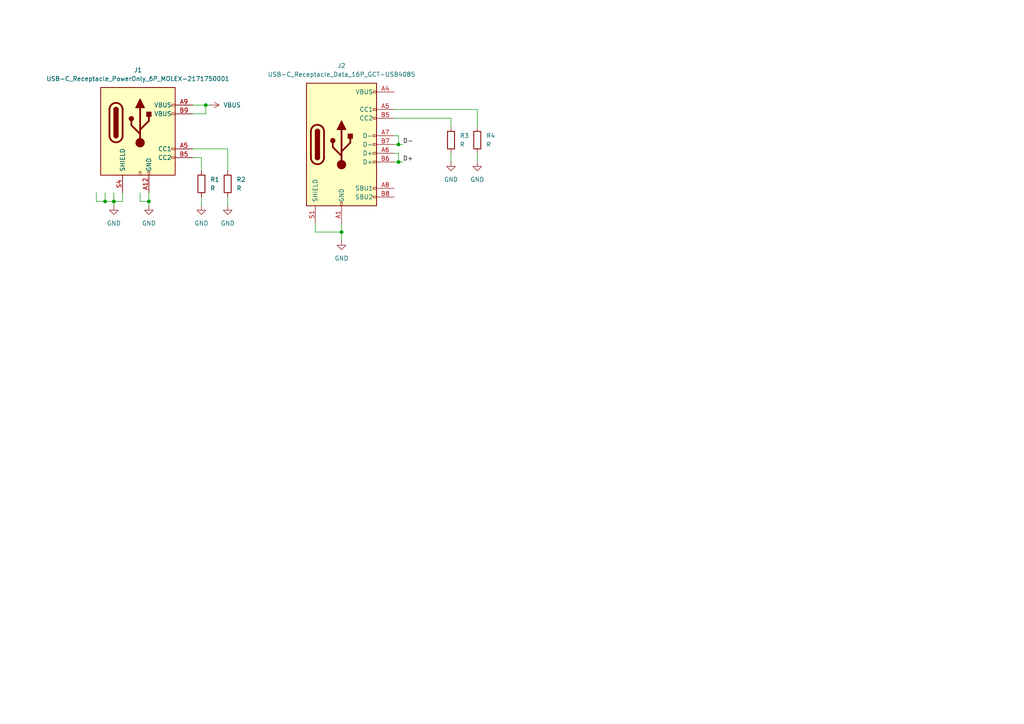
<source format=kicad_sch>
(kicad_sch (version 20231120) (generator "eeschema") (generator_version "8.0")
  (paper "A4")
  (lib_symbols
    (symbol "Alexander Symbol Library:USB-C_Receptacle_Data_16P_GCT-USB4085" (pin_names (offset 1.016))
      (property "Reference" "J" (at 0 22.225 0))
      (property "Value" "USB-C_Receptacle_Data_16P_GCT-USB4085" (at 0 19.685 0))
      (symbol "USB-C_Receptacle_Data_16P_GCT-USB4085_0_0"
        (rectangle (start -0.254 -17.78) (end 0.254 -16.764))
        (rectangle (start 10.16 -14.986) (end 9.144 -15.494))
        (rectangle (start 10.16 -12.446) (end 9.144 -12.954))
        (rectangle (start 10.16 -4.826) (end 9.144 -5.334))
        (rectangle (start 10.16 -2.286) (end 9.144 -2.794))
        (rectangle (start 10.16 0.254) (end 9.144 -0.254))
        (rectangle (start 10.16 2.794) (end 9.144 2.286))
        (rectangle (start 10.16 7.874) (end 9.144 7.366))
        (rectangle (start 10.16 10.414) (end 9.144 9.906))
        (rectangle (start 10.16 15.494) (end 9.144 14.986))
      )
      (symbol "USB-C_Receptacle_Data_16P_GCT-USB4085_0_1"
        (rectangle (start -10.16 17.78) (end 10.16 -17.78) (stroke (width 0.254)) (fill (type background)))
        (arc (start -8.89 -3.81) (mid -6.985 -5.7067) (end -5.08 -3.81) (stroke (width 0.508)))
        (arc (start -7.62 -3.81) (mid -6.985 -4.4423) (end -6.35 -3.81) (stroke (width 0.254)))
        (arc (start -7.62 -3.81) (mid -6.985 -4.4423) (end -6.35 -3.81) (stroke (width 0.254)) (fill (type outline)))
        (rectangle (start -7.62 -3.81) (end -6.35 3.81) (stroke (width 0.254)) (fill (type outline)))
        (arc (start -6.35 3.81) (mid -6.985 4.4423) (end -7.62 3.81) (stroke (width 0.254)))
        (arc (start -6.35 3.81) (mid -6.985 4.4423) (end -7.62 3.81) (stroke (width 0.254)) (fill (type outline)))
        (arc (start -5.08 3.81) (mid -6.985 5.7067) (end -8.89 3.81) (stroke (width 0.508)))
        (circle (center -2.54 1.143) (radius 0.635) (stroke (width 0.254)) (fill (type outline)))
        (circle (center 0 -5.842) (radius 1.27) (fill (type outline)))
        (polyline (pts (xy -8.89 -3.81) (xy -8.89 3.81)) (stroke (width 0.508)))
        (polyline (pts (xy -5.08 3.81) (xy -5.08 -3.81)) (stroke (width 0.508)))
        (polyline (pts (xy 0 -5.842) (xy 0 4.318)) (stroke (width 0.508)))
        (polyline (pts (xy 0 -3.302) (xy -2.54 -0.762) (xy -2.54 0.508)) (stroke (width 0.508)))
        (polyline (pts (xy 0 -2.032) (xy 2.54 0.508) (xy 2.54 1.778)) (stroke (width 0.508)))
        (polyline (pts (xy -1.27 4.318) (xy 0 6.858) (xy 1.27 4.318) (xy -1.27 4.318)) (stroke (width 0.254)) (fill (type outline)))
        (rectangle (start 1.905 1.778) (end 3.175 3.048) (stroke (width 0.254)) (fill (type outline)))
      )
      (symbol "USB-C_Receptacle_Data_16P_GCT-USB4085_1_1"
        (pin power_in line (at 0 -22.86 90) (length 5.08) (name "GND") (number "A1"))
        (pin power_in line (at 0 -22.86 90) (length 5.08) hide (name "GND") (number "A12"))
        (pin power_out line (at 15.24 15.24 180) (length 5.08) (name "VBUS") (number "A4"))
        (pin bidirectional line (at 15.24 10.16 180) (length 5.08) (name "CC1") (number "A5"))
        (pin bidirectional line (at 15.24 -2.54 180) (length 5.08) (name "D+") (number "A6"))
        (pin bidirectional line (at 15.24 2.54 180) (length 5.08) (name "D-") (number "A7"))
        (pin bidirectional line (at 15.24 -12.7 180) (length 5.08) (name "SBU1") (number "A8"))
        (pin power_out line (at 15.24 15.24 180) (length 5.08) hide (name "VBUS") (number "A9"))
        (pin power_in line (at 0 -22.86 90) (length 5.08) hide (name "GND") (number "B1"))
        (pin power_in line (at 0 -22.86 90) (length 5.08) hide (name "GND") (number "B12"))
        (pin power_out line (at 15.24 15.24 180) (length 5.08) hide (name "VBUS") (number "B4"))
        (pin bidirectional line (at 15.24 7.62 180) (length 5.08) (name "CC2") (number "B5"))
        (pin bidirectional line (at 15.24 -5.08 180) (length 5.08) (name "D+") (number "B6"))
        (pin bidirectional line (at 15.24 0 180) (length 5.08) (name "D-") (number "B7"))
        (pin bidirectional line (at 15.24 -15.24 180) (length 5.08) (name "SBU2") (number "B8"))
        (pin passive line (at 15.24 15.24 180) (length 5.08) hide (name "VBUS") (number "B9"))
        (pin power_in line (at -7.62 -22.86 90) (length 5.08) (name "SHIELD") (number "S1"))
        (pin power_in line (at -7.62 -22.86 90) (length 5.08) hide (name "SHIELD") (number "S2"))
        (pin power_in line (at -7.62 -22.86 90) (length 5.08) hide (name "SHIELD") (number "S3"))
        (pin power_in line (at -7.62 -22.86 90) (length 5.08) hide (name "SHIELD") (number "S4"))
      )
    )
    (symbol "Alexander Symbol Library:USB-C_Receptacle_PowerOnly_6P_MOLEX-2171750001" (pin_names (offset 1.016))
      (property "Reference" "J" (at 0 16.51 0))
      (property "Value" "USB-C_Receptacle_PowerOnly_6P_MOLEX-2171750001" (at 0 13.97 0))
      (symbol "USB-C_Receptacle_PowerOnly_6P_MOLEX-2171750001_0_0"
        (rectangle (start -0.254 -12.7) (end 0.254 -11.684))
        (rectangle (start 2.286 -12.7) (end 2.794 -11.684))
        (rectangle (start 10.16 -7.366) (end 9.144 -7.874))
        (rectangle (start 10.16 -4.826) (end 9.144 -5.334))
        (rectangle (start 10.16 5.334) (end 9.144 4.826))
        (rectangle (start 10.16 7.874) (end 9.144 7.366))
      )
      (symbol "USB-C_Receptacle_PowerOnly_6P_MOLEX-2171750001_0_1"
        (rectangle (start -11.43 12.7) (end 10.16 -12.7) (stroke (width 0.254)) (fill (type background)))
        (arc (start -8.89 -1.27) (mid -6.985 -3.1667) (end -5.08 -1.27) (stroke (width 0.508)))
        (arc (start -7.62 -1.27) (mid -6.985 -1.9023) (end -6.35 -1.27) (stroke (width 0.254)))
        (arc (start -7.62 -1.27) (mid -6.985 -1.9023) (end -6.35 -1.27) (stroke (width 0.254)) (fill (type outline)))
        (rectangle (start -7.62 -1.27) (end -6.35 6.35) (stroke (width 0.254)) (fill (type outline)))
        (arc (start -6.35 6.35) (mid -6.985 6.9823) (end -7.62 6.35) (stroke (width 0.254)))
        (arc (start -6.35 6.35) (mid -6.985 6.9823) (end -7.62 6.35) (stroke (width 0.254)) (fill (type outline)))
        (arc (start -5.08 6.35) (mid -6.985 8.2467) (end -8.89 6.35) (stroke (width 0.508)))
        (circle (center -2.54 3.683) (radius 0.635) (stroke (width 0.254)) (fill (type outline)))
        (circle (center 0 -3.302) (radius 1.27) (fill (type outline)))
        (polyline (pts (xy -8.89 -1.27) (xy -8.89 6.35)) (stroke (width 0.508)))
        (polyline (pts (xy -5.08 6.35) (xy -5.08 -1.27)) (stroke (width 0.508)))
        (polyline (pts (xy 0 -3.302) (xy 0 6.858)) (stroke (width 0.508)))
        (polyline (pts (xy 0 -0.762) (xy -2.54 1.778) (xy -2.54 3.048)) (stroke (width 0.508)))
        (polyline (pts (xy 0 0.508) (xy 2.54 3.048) (xy 2.54 4.318)) (stroke (width 0.508)))
        (polyline (pts (xy -1.27 6.858) (xy 0 9.398) (xy 1.27 6.858) (xy -1.27 6.858)) (stroke (width 0.254)) (fill (type outline)))
        (rectangle (start 1.905 4.318) (end 3.175 5.588) (stroke (width 0.254)) (fill (type outline)))
      )
      (symbol "USB-C_Receptacle_PowerOnly_6P_MOLEX-2171750001_1_1"
        (pin power_in line (at 2.54 -17.78 90) (length 5.08) (name "GND") (number "A12"))
        (pin bidirectional line (at 15.24 -5.08 180) (length 5.08) (name "CC1") (number "A5"))
        (pin power_out line (at 15.24 7.62 180) (length 5.08) (name "VBUS") (number "A9"))
        (pin power_in line (at 2.54 -17.78 90) (length 5.08) hide (name "GND") (number "B12"))
        (pin bidirectional line (at 15.24 -7.62 180) (length 5.08) (name "CC2") (number "B5"))
        (pin power_out line (at 15.24 5.08 180) (length 5.08) (name "VBUS") (number "B9"))
        (pin passive line (at -5.08 -17.78 90) (length 5.08) hide (name "SHIELD") (number "S1"))
        (pin passive line (at -5.08 -17.78 90) (length 5.08) hide (name "SHIELD") (number "S2"))
        (pin passive line (at -5.08 -17.78 90) (length 5.08) hide (name "SHIELD") (number "S3"))
        (pin passive line (at -5.08 -17.78 90) (length 5.08) (name "SHIELD") (number "S4"))
      )
    )
    (symbol "Device:R" (pin_numbers hide) (pin_names (offset 0))
      (property "Reference" "R" (at 2.032 0 90))
      (property "Value" "R" (at 0 0 90))
      (symbol "R_0_1"
        (rectangle (start -1.016 -2.54) (end 1.016 2.54) (stroke (width 0.254)))
      )
      (symbol "R_1_1"
        (pin passive line (at 0 3.81 270) (length 1.27) (name "~") (number "1"))
        (pin passive line (at 0 -3.81 90) (length 1.27) (name "~") (number "2"))
      )
    )
    (symbol "power:GND" (power) (pin_numbers hide) (pin_names (offset 0) hide)
      (property "Value" "GND" (at 0 -3.81 0))
      (symbol "GND_0_1"
        (polyline (pts (xy 0 0) (xy 0 -1.27) (xy 1.27 -1.27) (xy 0 -2.54) (xy -1.27 -1.27) (xy 0 -1.27)))
      )
      (symbol "GND_1_1"
        (pin power_in line (at 0 0 270) (length 0) (name "~") (number "1"))
      )
    )
    (symbol "power:VBUS" (power) (pin_numbers hide) (pin_names (offset 0) hide)
      (property "Value" "VBUS" (at 0 3.556 0))
      (symbol "VBUS_0_1"
        (polyline (pts (xy -0.762 1.27) (xy 0 2.54)))
        (polyline (pts (xy 0 0) (xy 0 2.54)))
        (polyline (pts (xy 0 2.54) (xy 0.762 1.27)))
      )
      (symbol "VBUS_1_1"
        (pin power_in line (at 0 0 90) (length 0) (name "~") (number "1"))
      )
    )
  )
  (junction (at 59.69 30.48))
  (junction (at 33.02 58.42))
  (junction (at 43.18 58.42))
  (junction (at 30.48 58.42))
  (junction (at 115.57 41.91))
  (junction (at 115.57 46.99))
  (junction (at 99.06 67.31))
  (wire (pts (xy 33.02 55.88) (xy 33.02 58.42)))
  (wire (pts (xy 99.06 67.31) (xy 99.06 69.85)))
  (wire (pts (xy 27.94 55.88) (xy 27.94 58.42)))
  (wire (pts (xy 59.69 33.02) (xy 59.69 30.48)))
  (wire (pts (xy 114.3 39.37) (xy 115.57 39.37)))
  (wire (pts (xy 27.94 58.42) (xy 30.48 58.42)))
  (wire (pts (xy 114.3 31.75) (xy 138.43 31.75)))
  (wire (pts (xy 115.57 41.91) (xy 116.84 41.91)))
  (wire (pts (xy 55.88 33.02) (xy 59.69 33.02)))
  (wire (pts (xy 30.48 55.88) (xy 30.48 58.42)))
  (wire (pts (xy 114.3 44.45) (xy 115.57 44.45)))
  (wire (pts (xy 59.69 30.48) (xy 60.96 30.48)))
  (wire (pts (xy 55.88 45.72) (xy 58.42 45.72)))
  (wire (pts (xy 99.06 64.77) (xy 99.06 67.31)))
  (wire (pts (xy 114.3 41.91) (xy 115.57 41.91)))
  (wire (pts (xy 35.56 55.88) (xy 35.56 58.42)))
  (wire (pts (xy 43.18 58.42) (xy 43.18 59.69)))
  (wire (pts (xy 55.88 30.48) (xy 59.69 30.48)))
  (wire (pts (xy 58.42 45.72) (xy 58.42 49.53)))
  (wire (pts (xy 66.04 43.18) (xy 66.04 49.53)))
  (wire (pts (xy 91.44 67.31) (xy 99.06 67.31)))
  (wire (pts (xy 130.81 44.45) (xy 130.81 46.99)))
  (wire (pts (xy 35.56 58.42) (xy 33.02 58.42)))
  (wire (pts (xy 40.64 58.42) (xy 43.18 58.42)))
  (wire (pts (xy 138.43 31.75) (xy 138.43 36.83)))
  (wire (pts (xy 91.44 64.77) (xy 91.44 67.31)))
  (wire (pts (xy 115.57 39.37) (xy 115.57 41.91)))
  (wire (pts (xy 55.88 43.18) (xy 66.04 43.18)))
  (wire (pts (xy 33.02 58.42) (xy 33.02 59.69)))
  (wire (pts (xy 40.64 55.88) (xy 40.64 58.42)))
  (wire (pts (xy 114.3 46.99) (xy 115.57 46.99)))
  (wire (pts (xy 114.3 34.29) (xy 130.81 34.29)))
  (wire (pts (xy 58.42 57.15) (xy 58.42 59.69)))
  (wire (pts (xy 66.04 57.15) (xy 66.04 59.69)))
  (wire (pts (xy 30.48 58.42) (xy 33.02 58.42)))
  (wire (pts (xy 130.81 34.29) (xy 130.81 36.83)))
  (wire (pts (xy 138.43 44.45) (xy 138.43 46.99)))
  (wire (pts (xy 43.18 55.88) (xy 43.18 58.42)))
  (wire (pts (xy 115.57 46.99) (xy 116.84 46.99)))
  (wire (pts (xy 115.57 44.45) (xy 115.57 46.99)))
  (label "D-" (at 116.84 41.91 0))
  (label "D+" (at 116.84 46.99 0))
  (symbol (lib_id "power:GND") (at 138.43 46.99 0) (unit 1)
    (property "Reference" "#PWR011" (effects (hide yes)))
    (property "Value" "GND" (at 138.43 52.07 0))
    (property "Description" "Power symbol creates a global label with name \"GND\" , ground" (effects (hide yes)))
  )
  (symbol (lib_id "power:GND") (at 33.02 59.69 0) (unit 1)
    (property "Reference" "#PWR01" (effects (hide yes)))
    (property "Value" "GND" (at 33.02 64.77 0))
    (property "Description" "Power symbol creates a global label with name \"GND\" , ground" (effects (hide yes)))
  )
  (symbol (lib_id "power:GND") (at 99.06 69.85 0) (unit 1)
    (property "Reference" "#PWR09" (effects (hide yes)))
    (property "Value" "GND" (at 99.06 74.93 0))
    (property "Description" "Power symbol creates a global label with name \"GND\" , ground" (effects (hide yes)))
  )
  (symbol (lib_id "Device:R") (at 66.04 53.34 180) (unit 1)
    (property "Reference" "R2" (at 68.58 52.0699 0) (effects (justify right)))
    (property "Value" "R" (at 68.58 54.6099 0) (effects (justify right)))
    (property "Footprint" "Resistor_SMD:R_1210_3225Metric_Pad1.30x2.65mm_HandSolder" (effects (hide yes)))
    (property "Description" "Resistor" (effects (hide yes)))
  )
  (symbol (lib_id "Alexander Symbol Library:USB-C_Receptacle_PowerOnly_6P_MOLEX-2171750001") (at 40.64 38.1 0) (unit 1)
    (property "Reference" "J1" (at 40.005 20.32 0))
    (property "Value" "USB-C_Receptacle_PowerOnly_6P_MOLEX-2171750001" (at 40.005 22.86 0))
    (property "Footprint" "Alexander Footprint Library:USB-C MOLEX 2171750001" (effects (hide yes)))
    (property "Description" "USB Power-Only 6P Type-C Receptacle connector" (effects (hide yes)))
  )
  (symbol (lib_id "power:GND") (at 130.81 46.99 0) (unit 1)
    (property "Reference" "#PWR010" (effects (hide yes)))
    (property "Value" "GND" (at 130.81 52.07 0))
    (property "Description" "Power symbol creates a global label with name \"GND\" , ground" (effects (hide yes)))
  )
  (symbol (lib_id "power:GND") (at 43.18 59.69 0) (unit 1)
    (property "Reference" "#PWR04" (effects (hide yes)))
    (property "Value" "GND" (at 43.18 64.77 0))
    (property "Description" "Power symbol creates a global label with name \"GND\" , ground" (effects (hide yes)))
  )
  (symbol (lib_id "power:GND") (at 58.42 59.69 0) (unit 1)
    (property "Reference" "#PWR05" (effects (hide yes)))
    (property "Value" "GND" (at 58.42 64.77 0))
    (property "Description" "Power symbol creates a global label with name \"GND\" , ground" (effects (hide yes)))
  )
  (symbol (lib_id "Device:R") (at 130.81 40.64 180) (unit 1)
    (property "Reference" "R3" (at 133.35 39.3699 0) (effects (justify right)))
    (property "Value" "R" (at 133.35 41.9099 0) (effects (justify right)))
    (property "Footprint" "Resistor_SMD:R_1210_3225Metric_Pad1.30x2.65mm_HandSolder" (effects (hide yes)))
    (property "Description" "Resistor" (effects (hide yes)))
  )
  (symbol (lib_id "Device:R") (at 58.42 53.34 180) (unit 1)
    (property "Reference" "R1" (at 60.96 52.0699 0) (effects (justify right)))
    (property "Value" "R" (at 60.96 54.6099 0) (effects (justify right)))
    (property "Footprint" "Resistor_SMD:R_1210_3225Metric_Pad1.30x2.65mm_HandSolder" (effects (hide yes)))
    (property "Description" "Resistor" (effects (hide yes)))
  )
  (symbol (lib_id "power:GND") (at 66.04 59.69 0) (unit 1)
    (property "Reference" "#PWR08" (effects (hide yes)))
    (property "Value" "GND" (at 66.04 64.77 0))
    (property "Description" "Power symbol creates a global label with name \"GND\" , ground" (effects (hide yes)))
  )
  (symbol (lib_id "Device:R") (at 138.43 40.64 180) (unit 1)
    (property "Reference" "R4" (at 140.97 39.3699 0) (effects (justify right)))
    (property "Value" "R" (at 140.97 41.9099 0) (effects (justify right)))
    (property "Footprint" "Resistor_SMD:R_1210_3225Metric_Pad1.30x2.65mm_HandSolder" (effects (hide yes)))
    (property "Description" "Resistor" (effects (hide yes)))
  )
  (symbol (lib_id "Alexander Symbol Library:USB-C_Receptacle_Data_16P_GCT-USB4085") (at 99.06 41.91 0) (unit 1)
    (property "Reference" "J2" (at 99.06 19.05 0))
    (property "Value" "USB-C_Receptacle_Data_16P_GCT-USB4085" (at 99.06 21.59 0))
    (property "Footprint" "Alexander Footprint Library:USB-C GCT CONN16_USB4085-GF-A" (effects (hide yes)))
  )
  (symbol (lib_id "power:VBUS") (at 60.96 30.48 270) (unit 1)
    (property "Reference" "#PWR07" (effects (hide yes)))
    (property "Value" "VBUS" (at 64.77 30.4799 90) (effects (justify left)))
    (property "Description" "Power symbol creates a global label with name \"VBUS\"" (effects (hide yes)))
  )
)
</source>
